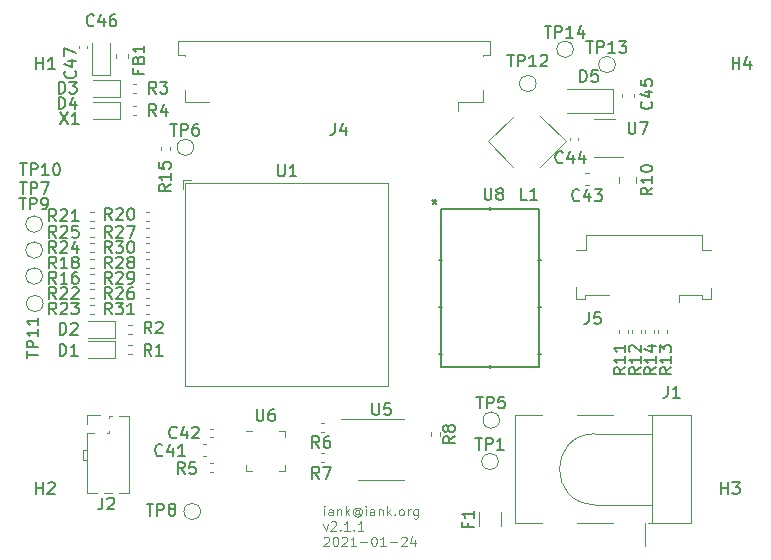
<source format=gto>
%TF.GenerationSoftware,KiCad,Pcbnew,5.1.8-db9833491~88~ubuntu20.04.1*%
%TF.CreationDate,2021-01-24T20:19:36-05:00*%
%TF.ProjectId,julia_v2.1.1.0,6a756c69-615f-4763-922e-312e312e302e,rev?*%
%TF.SameCoordinates,Original*%
%TF.FileFunction,Legend,Top*%
%TF.FilePolarity,Positive*%
%FSLAX46Y46*%
G04 Gerber Fmt 4.6, Leading zero omitted, Abs format (unit mm)*
G04 Created by KiCad (PCBNEW 5.1.8-db9833491~88~ubuntu20.04.1) date 2021-01-24 20:19:36*
%MOMM*%
%LPD*%
G01*
G04 APERTURE LIST*
%ADD10C,0.120000*%
%ADD11C,0.100000*%
%ADD12C,0.152400*%
%ADD13C,0.150000*%
G04 APERTURE END LIST*
D10*
X83800000Y-124800000D02*
X84100000Y-124800000D01*
X83800000Y-123900000D02*
X83800000Y-124800000D01*
X84100000Y-123900000D02*
X83800000Y-123900000D01*
D11*
X104255476Y-129461904D02*
X104255476Y-128928571D01*
X104255476Y-128661904D02*
X104217380Y-128700000D01*
X104255476Y-128738095D01*
X104293571Y-128700000D01*
X104255476Y-128661904D01*
X104255476Y-128738095D01*
X104979285Y-129461904D02*
X104979285Y-129042857D01*
X104941190Y-128966666D01*
X104865000Y-128928571D01*
X104712619Y-128928571D01*
X104636428Y-128966666D01*
X104979285Y-129423809D02*
X104903095Y-129461904D01*
X104712619Y-129461904D01*
X104636428Y-129423809D01*
X104598333Y-129347619D01*
X104598333Y-129271428D01*
X104636428Y-129195238D01*
X104712619Y-129157142D01*
X104903095Y-129157142D01*
X104979285Y-129119047D01*
X105360238Y-128928571D02*
X105360238Y-129461904D01*
X105360238Y-129004761D02*
X105398333Y-128966666D01*
X105474523Y-128928571D01*
X105588809Y-128928571D01*
X105665000Y-128966666D01*
X105703095Y-129042857D01*
X105703095Y-129461904D01*
X106084047Y-129461904D02*
X106084047Y-128661904D01*
X106160238Y-129157142D02*
X106388809Y-129461904D01*
X106388809Y-128928571D02*
X106084047Y-129233333D01*
X107226904Y-129080952D02*
X107188809Y-129042857D01*
X107112619Y-129004761D01*
X107036428Y-129004761D01*
X106960238Y-129042857D01*
X106922142Y-129080952D01*
X106884047Y-129157142D01*
X106884047Y-129233333D01*
X106922142Y-129309523D01*
X106960238Y-129347619D01*
X107036428Y-129385714D01*
X107112619Y-129385714D01*
X107188809Y-129347619D01*
X107226904Y-129309523D01*
X107226904Y-129004761D02*
X107226904Y-129309523D01*
X107265000Y-129347619D01*
X107303095Y-129347619D01*
X107379285Y-129309523D01*
X107417380Y-129233333D01*
X107417380Y-129042857D01*
X107341190Y-128928571D01*
X107226904Y-128852380D01*
X107074523Y-128814285D01*
X106922142Y-128852380D01*
X106807857Y-128928571D01*
X106731666Y-129042857D01*
X106693571Y-129195238D01*
X106731666Y-129347619D01*
X106807857Y-129461904D01*
X106922142Y-129538095D01*
X107074523Y-129576190D01*
X107226904Y-129538095D01*
X107341190Y-129461904D01*
X107760238Y-129461904D02*
X107760238Y-128928571D01*
X107760238Y-128661904D02*
X107722142Y-128700000D01*
X107760238Y-128738095D01*
X107798333Y-128700000D01*
X107760238Y-128661904D01*
X107760238Y-128738095D01*
X108484047Y-129461904D02*
X108484047Y-129042857D01*
X108445952Y-128966666D01*
X108369761Y-128928571D01*
X108217380Y-128928571D01*
X108141190Y-128966666D01*
X108484047Y-129423809D02*
X108407857Y-129461904D01*
X108217380Y-129461904D01*
X108141190Y-129423809D01*
X108103095Y-129347619D01*
X108103095Y-129271428D01*
X108141190Y-129195238D01*
X108217380Y-129157142D01*
X108407857Y-129157142D01*
X108484047Y-129119047D01*
X108865000Y-128928571D02*
X108865000Y-129461904D01*
X108865000Y-129004761D02*
X108903095Y-128966666D01*
X108979285Y-128928571D01*
X109093571Y-128928571D01*
X109169761Y-128966666D01*
X109207857Y-129042857D01*
X109207857Y-129461904D01*
X109588809Y-129461904D02*
X109588809Y-128661904D01*
X109665000Y-129157142D02*
X109893571Y-129461904D01*
X109893571Y-128928571D02*
X109588809Y-129233333D01*
X110236428Y-129385714D02*
X110274523Y-129423809D01*
X110236428Y-129461904D01*
X110198333Y-129423809D01*
X110236428Y-129385714D01*
X110236428Y-129461904D01*
X110731666Y-129461904D02*
X110655476Y-129423809D01*
X110617380Y-129385714D01*
X110579285Y-129309523D01*
X110579285Y-129080952D01*
X110617380Y-129004761D01*
X110655476Y-128966666D01*
X110731666Y-128928571D01*
X110845952Y-128928571D01*
X110922142Y-128966666D01*
X110960238Y-129004761D01*
X110998333Y-129080952D01*
X110998333Y-129309523D01*
X110960238Y-129385714D01*
X110922142Y-129423809D01*
X110845952Y-129461904D01*
X110731666Y-129461904D01*
X111341190Y-129461904D02*
X111341190Y-128928571D01*
X111341190Y-129080952D02*
X111379285Y-129004761D01*
X111417380Y-128966666D01*
X111493571Y-128928571D01*
X111569761Y-128928571D01*
X112179285Y-128928571D02*
X112179285Y-129576190D01*
X112141190Y-129652380D01*
X112103095Y-129690476D01*
X112026904Y-129728571D01*
X111912619Y-129728571D01*
X111836428Y-129690476D01*
X112179285Y-129423809D02*
X112103095Y-129461904D01*
X111950714Y-129461904D01*
X111874523Y-129423809D01*
X111836428Y-129385714D01*
X111798333Y-129309523D01*
X111798333Y-129080952D01*
X111836428Y-129004761D01*
X111874523Y-128966666D01*
X111950714Y-128928571D01*
X112103095Y-128928571D01*
X112179285Y-128966666D01*
X104179285Y-130228571D02*
X104369761Y-130761904D01*
X104560238Y-130228571D01*
X104826904Y-130038095D02*
X104865000Y-130000000D01*
X104941190Y-129961904D01*
X105131666Y-129961904D01*
X105207857Y-130000000D01*
X105245952Y-130038095D01*
X105284047Y-130114285D01*
X105284047Y-130190476D01*
X105245952Y-130304761D01*
X104788809Y-130761904D01*
X105284047Y-130761904D01*
X105626904Y-130685714D02*
X105665000Y-130723809D01*
X105626904Y-130761904D01*
X105588809Y-130723809D01*
X105626904Y-130685714D01*
X105626904Y-130761904D01*
X106426904Y-130761904D02*
X105969761Y-130761904D01*
X106198333Y-130761904D02*
X106198333Y-129961904D01*
X106122142Y-130076190D01*
X106045952Y-130152380D01*
X105969761Y-130190476D01*
X106769761Y-130685714D02*
X106807857Y-130723809D01*
X106769761Y-130761904D01*
X106731666Y-130723809D01*
X106769761Y-130685714D01*
X106769761Y-130761904D01*
X107569761Y-130761904D02*
X107112619Y-130761904D01*
X107341190Y-130761904D02*
X107341190Y-129961904D01*
X107265000Y-130076190D01*
X107188809Y-130152380D01*
X107112619Y-130190476D01*
X104217380Y-131338095D02*
X104255476Y-131300000D01*
X104331666Y-131261904D01*
X104522142Y-131261904D01*
X104598333Y-131300000D01*
X104636428Y-131338095D01*
X104674523Y-131414285D01*
X104674523Y-131490476D01*
X104636428Y-131604761D01*
X104179285Y-132061904D01*
X104674523Y-132061904D01*
X105169761Y-131261904D02*
X105245952Y-131261904D01*
X105322142Y-131300000D01*
X105360238Y-131338095D01*
X105398333Y-131414285D01*
X105436428Y-131566666D01*
X105436428Y-131757142D01*
X105398333Y-131909523D01*
X105360238Y-131985714D01*
X105322142Y-132023809D01*
X105245952Y-132061904D01*
X105169761Y-132061904D01*
X105093571Y-132023809D01*
X105055476Y-131985714D01*
X105017380Y-131909523D01*
X104979285Y-131757142D01*
X104979285Y-131566666D01*
X105017380Y-131414285D01*
X105055476Y-131338095D01*
X105093571Y-131300000D01*
X105169761Y-131261904D01*
X105741190Y-131338095D02*
X105779285Y-131300000D01*
X105855476Y-131261904D01*
X106045952Y-131261904D01*
X106122142Y-131300000D01*
X106160238Y-131338095D01*
X106198333Y-131414285D01*
X106198333Y-131490476D01*
X106160238Y-131604761D01*
X105703095Y-132061904D01*
X106198333Y-132061904D01*
X106960238Y-132061904D02*
X106503095Y-132061904D01*
X106731666Y-132061904D02*
X106731666Y-131261904D01*
X106655476Y-131376190D01*
X106579285Y-131452380D01*
X106503095Y-131490476D01*
X107303095Y-131757142D02*
X107912619Y-131757142D01*
X108445952Y-131261904D02*
X108522142Y-131261904D01*
X108598333Y-131300000D01*
X108636428Y-131338095D01*
X108674523Y-131414285D01*
X108712619Y-131566666D01*
X108712619Y-131757142D01*
X108674523Y-131909523D01*
X108636428Y-131985714D01*
X108598333Y-132023809D01*
X108522142Y-132061904D01*
X108445952Y-132061904D01*
X108369761Y-132023809D01*
X108331666Y-131985714D01*
X108293571Y-131909523D01*
X108255476Y-131757142D01*
X108255476Y-131566666D01*
X108293571Y-131414285D01*
X108331666Y-131338095D01*
X108369761Y-131300000D01*
X108445952Y-131261904D01*
X109474523Y-132061904D02*
X109017380Y-132061904D01*
X109245952Y-132061904D02*
X109245952Y-131261904D01*
X109169761Y-131376190D01*
X109093571Y-131452380D01*
X109017380Y-131490476D01*
X109817380Y-131757142D02*
X110426904Y-131757142D01*
X110769761Y-131338095D02*
X110807857Y-131300000D01*
X110884047Y-131261904D01*
X111074523Y-131261904D01*
X111150714Y-131300000D01*
X111188809Y-131338095D01*
X111226904Y-131414285D01*
X111226904Y-131490476D01*
X111188809Y-131604761D01*
X110731666Y-132061904D01*
X111226904Y-132061904D01*
X111912619Y-131528571D02*
X111912619Y-132061904D01*
X111722142Y-131223809D02*
X111531666Y-131795238D01*
X112026904Y-131795238D01*
D10*
%TO.C,U7*%
X128900000Y-95890000D02*
X127100000Y-95890000D01*
X127100000Y-99110000D02*
X129550000Y-99110000D01*
%TO.C,J2*%
X84170000Y-127535000D02*
X84992470Y-127535000D01*
X86877530Y-127535000D02*
X87700000Y-127535000D01*
X85607530Y-127535000D02*
X86262470Y-127535000D01*
X84170000Y-122520000D02*
X84170000Y-127535000D01*
X87700000Y-121065000D02*
X87700000Y-127535000D01*
X84170000Y-122520000D02*
X84736529Y-122520000D01*
X85863471Y-122520000D02*
X86006529Y-122520000D01*
X86060000Y-122466529D02*
X86060000Y-122323471D01*
X86060000Y-121196529D02*
X86060000Y-121065000D01*
X86060000Y-121065000D02*
X86262470Y-121065000D01*
X86877530Y-121065000D02*
X87700000Y-121065000D01*
X84170000Y-121760000D02*
X84170000Y-121000000D01*
X84170000Y-121000000D02*
X85300000Y-121000000D01*
%TO.C,C44*%
X125040000Y-97707836D02*
X125040000Y-97492164D01*
X125760000Y-97707836D02*
X125760000Y-97492164D01*
%TO.C,U1*%
X109700000Y-118500000D02*
X109700000Y-101300000D01*
X92500000Y-118500000D02*
X109700000Y-118500000D01*
X92500000Y-101300000D02*
X92500000Y-118500000D01*
X109700000Y-101300000D02*
X92500000Y-101300000D01*
X92300000Y-101100000D02*
X92300000Y-101800000D01*
X93000000Y-101100000D02*
X92300000Y-101100000D01*
D12*
%TO.C,U8*%
X114121700Y-103519800D02*
X114121700Y-116880200D01*
X122478300Y-103519800D02*
X114121700Y-103519800D01*
X122478300Y-116880200D02*
X122478300Y-103519800D01*
X114121700Y-116880200D02*
X122478300Y-116880200D01*
X118300000Y-116753200D02*
X118300000Y-117007200D01*
X118300000Y-103646800D02*
X118300000Y-103392800D01*
X122351300Y-115799938D02*
X122605300Y-115799938D01*
X114248700Y-115799938D02*
X113994700Y-115799938D01*
X122351300Y-111799946D02*
X122605300Y-111799946D01*
X114248700Y-111799946D02*
X113994700Y-111799946D01*
X122351300Y-107799954D02*
X122605300Y-107799954D01*
X114248700Y-107799954D02*
X113994700Y-107799954D01*
D10*
%TO.C,U6*%
X97630000Y-122350000D02*
X98130000Y-122350000D01*
X100950000Y-125670000D02*
X100950000Y-125170000D01*
X100450000Y-125670000D02*
X100950000Y-125670000D01*
X97630000Y-125670000D02*
X97630000Y-125170000D01*
X98130000Y-125670000D02*
X97630000Y-125670000D01*
X100950000Y-122350000D02*
X100950000Y-122850000D01*
X100450000Y-122350000D02*
X100950000Y-122350000D01*
%TO.C,U5*%
X109100000Y-121340000D02*
X105650000Y-121340000D01*
X109100000Y-121340000D02*
X111050000Y-121340000D01*
X109100000Y-126460000D02*
X107150000Y-126460000D01*
X109100000Y-126460000D02*
X111050000Y-126460000D01*
%TO.C,TP14*%
X125350000Y-90000000D02*
G75*
G03*
X125350000Y-90000000I-700000J0D01*
G01*
%TO.C,TP13*%
X128900000Y-91300000D02*
G75*
G03*
X128900000Y-91300000I-700000J0D01*
G01*
%TO.C,TP12*%
X122200000Y-92900000D02*
G75*
G03*
X122200000Y-92900000I-700000J0D01*
G01*
%TO.C,TP11*%
X80460000Y-111520000D02*
G75*
G03*
X80460000Y-111520000I-700000J0D01*
G01*
%TO.C,TP10*%
X80400000Y-104800000D02*
G75*
G03*
X80400000Y-104800000I-700000J0D01*
G01*
%TO.C,TP9*%
X80400000Y-109200000D02*
G75*
G03*
X80400000Y-109200000I-700000J0D01*
G01*
%TO.C,TP8*%
X93780000Y-129130000D02*
G75*
G03*
X93780000Y-129130000I-700000J0D01*
G01*
%TO.C,TP7*%
X80400000Y-107000000D02*
G75*
G03*
X80400000Y-107000000I-700000J0D01*
G01*
%TO.C,TP6*%
X93200000Y-98300000D02*
G75*
G03*
X93200000Y-98300000I-700000J0D01*
G01*
%TO.C,TP5*%
X119100000Y-121400000D02*
G75*
G03*
X119100000Y-121400000I-700000J0D01*
G01*
%TO.C,TP1*%
X119000000Y-124900000D02*
G75*
G03*
X119000000Y-124900000I-700000J0D01*
G01*
%TO.C,R31*%
X89136359Y-112380000D02*
X89443641Y-112380000D01*
X89136359Y-111620000D02*
X89443641Y-111620000D01*
%TO.C,R30*%
X89146359Y-107180000D02*
X89453641Y-107180000D01*
X89146359Y-106420000D02*
X89453641Y-106420000D01*
%TO.C,R29*%
X89146359Y-109780000D02*
X89453641Y-109780000D01*
X89146359Y-109020000D02*
X89453641Y-109020000D01*
%TO.C,R28*%
X89146359Y-108480000D02*
X89453641Y-108480000D01*
X89146359Y-107720000D02*
X89453641Y-107720000D01*
%TO.C,R27*%
X89146359Y-105880000D02*
X89453641Y-105880000D01*
X89146359Y-105120000D02*
X89453641Y-105120000D01*
%TO.C,R26*%
X89453641Y-110320000D02*
X89146359Y-110320000D01*
X89453641Y-111080000D02*
X89146359Y-111080000D01*
%TO.C,R25*%
X84753641Y-105120000D02*
X84446359Y-105120000D01*
X84753641Y-105880000D02*
X84446359Y-105880000D01*
%TO.C,R24*%
X84753641Y-106420000D02*
X84446359Y-106420000D01*
X84753641Y-107180000D02*
X84446359Y-107180000D01*
%TO.C,R23*%
X84753641Y-111620000D02*
X84446359Y-111620000D01*
X84753641Y-112380000D02*
X84446359Y-112380000D01*
%TO.C,R22*%
X84456359Y-111080000D02*
X84763641Y-111080000D01*
X84456359Y-110320000D02*
X84763641Y-110320000D01*
%TO.C,R21*%
X84446359Y-104580000D02*
X84753641Y-104580000D01*
X84446359Y-103820000D02*
X84753641Y-103820000D01*
%TO.C,R20*%
X89146359Y-104580000D02*
X89453641Y-104580000D01*
X89146359Y-103820000D02*
X89453641Y-103820000D01*
%TO.C,R18*%
X84446359Y-108480000D02*
X84753641Y-108480000D01*
X84446359Y-107720000D02*
X84753641Y-107720000D01*
%TO.C,R16*%
X84753641Y-109020000D02*
X84446359Y-109020000D01*
X84753641Y-109780000D02*
X84446359Y-109780000D01*
%TO.C,R15*%
X91180000Y-98553641D02*
X91180000Y-98246359D01*
X90420000Y-98553641D02*
X90420000Y-98246359D01*
%TO.C,R14*%
X132180000Y-114053641D02*
X132180000Y-113746359D01*
X131420000Y-114053641D02*
X131420000Y-113746359D01*
%TO.C,R13*%
X132520000Y-113746359D02*
X132520000Y-114053641D01*
X133280000Y-113746359D02*
X133280000Y-114053641D01*
%TO.C,R12*%
X131080000Y-114053641D02*
X131080000Y-113746359D01*
X130320000Y-114053641D02*
X130320000Y-113746359D01*
%TO.C,R11*%
X129980000Y-114053641D02*
X129980000Y-113746359D01*
X129220000Y-114053641D02*
X129220000Y-113746359D01*
%TO.C,R10*%
X129205000Y-100852936D02*
X129205000Y-101307064D01*
X130675000Y-100852936D02*
X130675000Y-101307064D01*
%TO.C,R8*%
X113320000Y-122446359D02*
X113320000Y-122753641D01*
X114080000Y-122446359D02*
X114080000Y-122753641D01*
%TO.C,R7*%
X103946359Y-124980000D02*
X104253641Y-124980000D01*
X103946359Y-124220000D02*
X104253641Y-124220000D01*
%TO.C,R6*%
X103946359Y-122380000D02*
X104253641Y-122380000D01*
X103946359Y-121620000D02*
X104253641Y-121620000D01*
%TO.C,R5*%
X94546359Y-125780000D02*
X94853641Y-125780000D01*
X94546359Y-125020000D02*
X94853641Y-125020000D01*
%TO.C,R4*%
X88056359Y-95580000D02*
X88363641Y-95580000D01*
X88056359Y-94820000D02*
X88363641Y-94820000D01*
%TO.C,R3*%
X88046359Y-93680000D02*
X88353641Y-93680000D01*
X88046359Y-92920000D02*
X88353641Y-92920000D01*
%TO.C,R2*%
X87646359Y-114080000D02*
X87953641Y-114080000D01*
X87646359Y-113320000D02*
X87953641Y-113320000D01*
%TO.C,R1*%
X87646359Y-115780000D02*
X87953641Y-115780000D01*
X87646359Y-115020000D02*
X87953641Y-115020000D01*
%TO.C,L1*%
X118100000Y-97800000D02*
X120250000Y-95700000D01*
X118100000Y-97800000D02*
X120250000Y-99950000D01*
X124700000Y-97800000D02*
X122550000Y-99950000D01*
X124700000Y-97800000D02*
X122550000Y-95650000D01*
%TO.C,J5*%
X126360000Y-110820000D02*
X128340000Y-110820000D01*
X126360000Y-111170000D02*
X126360000Y-110820000D01*
X125590000Y-111170000D02*
X126360000Y-111170000D01*
X125590000Y-110100000D02*
X125590000Y-111170000D01*
X126390000Y-107000000D02*
X125590000Y-107000000D01*
X126390000Y-105700000D02*
X126390000Y-107000000D01*
X136210000Y-105700000D02*
X126390000Y-105700000D01*
X136210000Y-107000000D02*
X136210000Y-105700000D01*
X137010000Y-107000000D02*
X136210000Y-107000000D01*
X137010000Y-111170000D02*
X137010000Y-110200000D01*
X136240000Y-111170000D02*
X137010000Y-111170000D01*
X136240000Y-110820000D02*
X136240000Y-111170000D01*
X134260000Y-110820000D02*
X136240000Y-110820000D01*
X134260000Y-111410000D02*
X134260000Y-110820000D01*
%TO.C,J4*%
X117660000Y-90460000D02*
X117660000Y-90540000D01*
X118260000Y-90460000D02*
X117660000Y-90460000D01*
X118260000Y-90460000D02*
X118260000Y-89340000D01*
X91840000Y-89340000D02*
X118260000Y-89340000D01*
X91840000Y-90460000D02*
X91840000Y-89340000D01*
X92440000Y-90460000D02*
X92440000Y-90540000D01*
X92440000Y-90460000D02*
X91840000Y-90460000D01*
X92440000Y-94460000D02*
X94490000Y-94460000D01*
X92440000Y-94460000D02*
X92440000Y-93460000D01*
X117660000Y-94460000D02*
X117660000Y-93460000D01*
X115610000Y-94460000D02*
X115610000Y-95240000D01*
X115610000Y-94460000D02*
X117660000Y-94460000D01*
%TO.C,J1*%
X131980000Y-122550000D02*
X127180000Y-122550000D01*
X131980000Y-128550000D02*
X127180000Y-128550000D01*
X131980000Y-120990000D02*
X131980000Y-130110000D01*
X135290000Y-120990000D02*
X135290000Y-130110000D01*
X135290000Y-120990000D02*
X131680000Y-120990000D01*
X128680000Y-120990000D02*
X125680000Y-120990000D01*
X122680000Y-120990000D02*
X120370000Y-120990000D01*
X122680000Y-130110000D02*
X120370000Y-130110000D01*
X128680000Y-130110000D02*
X125680000Y-130110000D01*
X120370000Y-120990000D02*
X120370000Y-130110000D01*
X135290000Y-130110000D02*
X131680000Y-130110000D01*
X131450000Y-132020000D02*
X131450000Y-130120000D01*
X127180000Y-128550000D02*
G75*
G02*
X127180000Y-122550000I0J3000000D01*
G01*
%TO.C,FB1*%
X86640000Y-90437221D02*
X86640000Y-90762779D01*
X87660000Y-90437221D02*
X87660000Y-90762779D01*
%TO.C,F1*%
X119210000Y-130402064D02*
X119210000Y-129197936D01*
X117390000Y-130402064D02*
X117390000Y-129197936D01*
%TO.C,D5*%
X128710000Y-95400000D02*
X124810000Y-95400000D01*
X128710000Y-93400000D02*
X124810000Y-93400000D01*
X128710000Y-95400000D02*
X128710000Y-93400000D01*
%TO.C,D4*%
X86985000Y-94465000D02*
X84700000Y-94465000D01*
X86985000Y-95935000D02*
X86985000Y-94465000D01*
X84700000Y-95935000D02*
X86985000Y-95935000D01*
%TO.C,D3*%
X86985000Y-92565000D02*
X84700000Y-92565000D01*
X86985000Y-94035000D02*
X86985000Y-92565000D01*
X84700000Y-94035000D02*
X86985000Y-94035000D01*
%TO.C,D2*%
X86585000Y-112965000D02*
X84300000Y-112965000D01*
X86585000Y-114435000D02*
X86585000Y-112965000D01*
X84300000Y-114435000D02*
X86585000Y-114435000D01*
%TO.C,D1*%
X86585000Y-114665000D02*
X84300000Y-114665000D01*
X86585000Y-116135000D02*
X86585000Y-114665000D01*
X84300000Y-116135000D02*
X86585000Y-116135000D01*
%TO.C,C47*%
X84210000Y-89907836D02*
X84210000Y-89692164D01*
X83490000Y-89907836D02*
X83490000Y-89692164D01*
%TO.C,C46*%
X86135000Y-92210000D02*
X86135000Y-89500000D01*
X84565000Y-92210000D02*
X86135000Y-92210000D01*
X84565000Y-89500000D02*
X84565000Y-92210000D01*
%TO.C,C45*%
X130510000Y-94040580D02*
X130510000Y-93759420D01*
X129490000Y-94040580D02*
X129490000Y-93759420D01*
%TO.C,C43*%
X126359420Y-101510000D02*
X126640580Y-101510000D01*
X126359420Y-100490000D02*
X126640580Y-100490000D01*
%TO.C,C42*%
X94807836Y-122140000D02*
X94592164Y-122140000D01*
X94807836Y-122860000D02*
X94592164Y-122860000D01*
%TO.C,C41*%
X94240580Y-123390000D02*
X93959420Y-123390000D01*
X94240580Y-124410000D02*
X93959420Y-124410000D01*
%TO.C,H4*%
D13*
X138838095Y-91652380D02*
X138838095Y-90652380D01*
X138838095Y-91128571D02*
X139409523Y-91128571D01*
X139409523Y-91652380D02*
X139409523Y-90652380D01*
X140314285Y-90985714D02*
X140314285Y-91652380D01*
X140076190Y-90604761D02*
X139838095Y-91319047D01*
X140457142Y-91319047D01*
%TO.C,H3*%
X137858095Y-127652380D02*
X137858095Y-126652380D01*
X137858095Y-127128571D02*
X138429523Y-127128571D01*
X138429523Y-127652380D02*
X138429523Y-126652380D01*
X138810476Y-126652380D02*
X139429523Y-126652380D01*
X139096190Y-127033333D01*
X139239047Y-127033333D01*
X139334285Y-127080952D01*
X139381904Y-127128571D01*
X139429523Y-127223809D01*
X139429523Y-127461904D01*
X139381904Y-127557142D01*
X139334285Y-127604761D01*
X139239047Y-127652380D01*
X138953333Y-127652380D01*
X138858095Y-127604761D01*
X138810476Y-127557142D01*
%TO.C,H2*%
X79868095Y-127652380D02*
X79868095Y-126652380D01*
X79868095Y-127128571D02*
X80439523Y-127128571D01*
X80439523Y-127652380D02*
X80439523Y-126652380D01*
X80868095Y-126747619D02*
X80915714Y-126700000D01*
X81010952Y-126652380D01*
X81249047Y-126652380D01*
X81344285Y-126700000D01*
X81391904Y-126747619D01*
X81439523Y-126842857D01*
X81439523Y-126938095D01*
X81391904Y-127080952D01*
X80820476Y-127652380D01*
X81439523Y-127652380D01*
%TO.C,H1*%
X79888095Y-91692380D02*
X79888095Y-90692380D01*
X79888095Y-91168571D02*
X80459523Y-91168571D01*
X80459523Y-91692380D02*
X80459523Y-90692380D01*
X81459523Y-91692380D02*
X80888095Y-91692380D01*
X81173809Y-91692380D02*
X81173809Y-90692380D01*
X81078571Y-90835238D01*
X80983333Y-90930476D01*
X80888095Y-90978095D01*
%TO.C,U7*%
X130038095Y-96152380D02*
X130038095Y-96961904D01*
X130085714Y-97057142D01*
X130133333Y-97104761D01*
X130228571Y-97152380D01*
X130419047Y-97152380D01*
X130514285Y-97104761D01*
X130561904Y-97057142D01*
X130609523Y-96961904D01*
X130609523Y-96152380D01*
X130990476Y-96152380D02*
X131657142Y-96152380D01*
X131228571Y-97152380D01*
%TO.C,J2*%
X85466666Y-127952380D02*
X85466666Y-128666666D01*
X85419047Y-128809523D01*
X85323809Y-128904761D01*
X85180952Y-128952380D01*
X85085714Y-128952380D01*
X85895238Y-128047619D02*
X85942857Y-128000000D01*
X86038095Y-127952380D01*
X86276190Y-127952380D01*
X86371428Y-128000000D01*
X86419047Y-128047619D01*
X86466666Y-128142857D01*
X86466666Y-128238095D01*
X86419047Y-128380952D01*
X85847619Y-128952380D01*
X86466666Y-128952380D01*
%TO.C,C44*%
X124457142Y-99557142D02*
X124409523Y-99604761D01*
X124266666Y-99652380D01*
X124171428Y-99652380D01*
X124028571Y-99604761D01*
X123933333Y-99509523D01*
X123885714Y-99414285D01*
X123838095Y-99223809D01*
X123838095Y-99080952D01*
X123885714Y-98890476D01*
X123933333Y-98795238D01*
X124028571Y-98700000D01*
X124171428Y-98652380D01*
X124266666Y-98652380D01*
X124409523Y-98700000D01*
X124457142Y-98747619D01*
X125314285Y-98985714D02*
X125314285Y-99652380D01*
X125076190Y-98604761D02*
X124838095Y-99319047D01*
X125457142Y-99319047D01*
X126266666Y-98985714D02*
X126266666Y-99652380D01*
X126028571Y-98604761D02*
X125790476Y-99319047D01*
X126409523Y-99319047D01*
%TO.C,U1*%
X100338095Y-99752380D02*
X100338095Y-100561904D01*
X100385714Y-100657142D01*
X100433333Y-100704761D01*
X100528571Y-100752380D01*
X100719047Y-100752380D01*
X100814285Y-100704761D01*
X100861904Y-100657142D01*
X100909523Y-100561904D01*
X100909523Y-99752380D01*
X101909523Y-100752380D02*
X101338095Y-100752380D01*
X101623809Y-100752380D02*
X101623809Y-99752380D01*
X101528571Y-99895238D01*
X101433333Y-99990476D01*
X101338095Y-100038095D01*
%TO.C,U8*%
X117838095Y-101752380D02*
X117838095Y-102561904D01*
X117885714Y-102657142D01*
X117933333Y-102704761D01*
X118028571Y-102752380D01*
X118219047Y-102752380D01*
X118314285Y-102704761D01*
X118361904Y-102657142D01*
X118409523Y-102561904D01*
X118409523Y-101752380D01*
X119028571Y-102180952D02*
X118933333Y-102133333D01*
X118885714Y-102085714D01*
X118838095Y-101990476D01*
X118838095Y-101942857D01*
X118885714Y-101847619D01*
X118933333Y-101800000D01*
X119028571Y-101752380D01*
X119219047Y-101752380D01*
X119314285Y-101800000D01*
X119361904Y-101847619D01*
X119409523Y-101942857D01*
X119409523Y-101990476D01*
X119361904Y-102085714D01*
X119314285Y-102133333D01*
X119219047Y-102180952D01*
X119028571Y-102180952D01*
X118933333Y-102228571D01*
X118885714Y-102276190D01*
X118838095Y-102371428D01*
X118838095Y-102561904D01*
X118885714Y-102657142D01*
X118933333Y-102704761D01*
X119028571Y-102752380D01*
X119219047Y-102752380D01*
X119314285Y-102704761D01*
X119361904Y-102657142D01*
X119409523Y-102561904D01*
X119409523Y-102371428D01*
X119361904Y-102276190D01*
X119314285Y-102228571D01*
X119219047Y-102180952D01*
X113600000Y-102652380D02*
X113600000Y-102890476D01*
X113361904Y-102795238D02*
X113600000Y-102890476D01*
X113838095Y-102795238D01*
X113457142Y-103080952D02*
X113600000Y-102890476D01*
X113742857Y-103080952D01*
%TO.C,X1*%
X81890476Y-95352380D02*
X82557142Y-96352380D01*
X82557142Y-95352380D02*
X81890476Y-96352380D01*
X83461904Y-96352380D02*
X82890476Y-96352380D01*
X83176190Y-96352380D02*
X83176190Y-95352380D01*
X83080952Y-95495238D01*
X82985714Y-95590476D01*
X82890476Y-95638095D01*
%TO.C,U6*%
X98528095Y-120462380D02*
X98528095Y-121271904D01*
X98575714Y-121367142D01*
X98623333Y-121414761D01*
X98718571Y-121462380D01*
X98909047Y-121462380D01*
X99004285Y-121414761D01*
X99051904Y-121367142D01*
X99099523Y-121271904D01*
X99099523Y-120462380D01*
X100004285Y-120462380D02*
X99813809Y-120462380D01*
X99718571Y-120510000D01*
X99670952Y-120557619D01*
X99575714Y-120700476D01*
X99528095Y-120890952D01*
X99528095Y-121271904D01*
X99575714Y-121367142D01*
X99623333Y-121414761D01*
X99718571Y-121462380D01*
X99909047Y-121462380D01*
X100004285Y-121414761D01*
X100051904Y-121367142D01*
X100099523Y-121271904D01*
X100099523Y-121033809D01*
X100051904Y-120938571D01*
X100004285Y-120890952D01*
X99909047Y-120843333D01*
X99718571Y-120843333D01*
X99623333Y-120890952D01*
X99575714Y-120938571D01*
X99528095Y-121033809D01*
%TO.C,U5*%
X108338095Y-119952380D02*
X108338095Y-120761904D01*
X108385714Y-120857142D01*
X108433333Y-120904761D01*
X108528571Y-120952380D01*
X108719047Y-120952380D01*
X108814285Y-120904761D01*
X108861904Y-120857142D01*
X108909523Y-120761904D01*
X108909523Y-119952380D01*
X109861904Y-119952380D02*
X109385714Y-119952380D01*
X109338095Y-120428571D01*
X109385714Y-120380952D01*
X109480952Y-120333333D01*
X109719047Y-120333333D01*
X109814285Y-120380952D01*
X109861904Y-120428571D01*
X109909523Y-120523809D01*
X109909523Y-120761904D01*
X109861904Y-120857142D01*
X109814285Y-120904761D01*
X109719047Y-120952380D01*
X109480952Y-120952380D01*
X109385714Y-120904761D01*
X109338095Y-120857142D01*
%TO.C,TP14*%
X122911904Y-88004380D02*
X123483333Y-88004380D01*
X123197619Y-89004380D02*
X123197619Y-88004380D01*
X123816666Y-89004380D02*
X123816666Y-88004380D01*
X124197619Y-88004380D01*
X124292857Y-88052000D01*
X124340476Y-88099619D01*
X124388095Y-88194857D01*
X124388095Y-88337714D01*
X124340476Y-88432952D01*
X124292857Y-88480571D01*
X124197619Y-88528190D01*
X123816666Y-88528190D01*
X125340476Y-89004380D02*
X124769047Y-89004380D01*
X125054761Y-89004380D02*
X125054761Y-88004380D01*
X124959523Y-88147238D01*
X124864285Y-88242476D01*
X124769047Y-88290095D01*
X126197619Y-88337714D02*
X126197619Y-89004380D01*
X125959523Y-87956761D02*
X125721428Y-88671047D01*
X126340476Y-88671047D01*
%TO.C,TP13*%
X126461904Y-89304380D02*
X127033333Y-89304380D01*
X126747619Y-90304380D02*
X126747619Y-89304380D01*
X127366666Y-90304380D02*
X127366666Y-89304380D01*
X127747619Y-89304380D01*
X127842857Y-89352000D01*
X127890476Y-89399619D01*
X127938095Y-89494857D01*
X127938095Y-89637714D01*
X127890476Y-89732952D01*
X127842857Y-89780571D01*
X127747619Y-89828190D01*
X127366666Y-89828190D01*
X128890476Y-90304380D02*
X128319047Y-90304380D01*
X128604761Y-90304380D02*
X128604761Y-89304380D01*
X128509523Y-89447238D01*
X128414285Y-89542476D01*
X128319047Y-89590095D01*
X129223809Y-89304380D02*
X129842857Y-89304380D01*
X129509523Y-89685333D01*
X129652380Y-89685333D01*
X129747619Y-89732952D01*
X129795238Y-89780571D01*
X129842857Y-89875809D01*
X129842857Y-90113904D01*
X129795238Y-90209142D01*
X129747619Y-90256761D01*
X129652380Y-90304380D01*
X129366666Y-90304380D01*
X129271428Y-90256761D01*
X129223809Y-90209142D01*
%TO.C,TP12*%
X119761904Y-90452380D02*
X120333333Y-90452380D01*
X120047619Y-91452380D02*
X120047619Y-90452380D01*
X120666666Y-91452380D02*
X120666666Y-90452380D01*
X121047619Y-90452380D01*
X121142857Y-90500000D01*
X121190476Y-90547619D01*
X121238095Y-90642857D01*
X121238095Y-90785714D01*
X121190476Y-90880952D01*
X121142857Y-90928571D01*
X121047619Y-90976190D01*
X120666666Y-90976190D01*
X122190476Y-91452380D02*
X121619047Y-91452380D01*
X121904761Y-91452380D02*
X121904761Y-90452380D01*
X121809523Y-90595238D01*
X121714285Y-90690476D01*
X121619047Y-90738095D01*
X122571428Y-90547619D02*
X122619047Y-90500000D01*
X122714285Y-90452380D01*
X122952380Y-90452380D01*
X123047619Y-90500000D01*
X123095238Y-90547619D01*
X123142857Y-90642857D01*
X123142857Y-90738095D01*
X123095238Y-90880952D01*
X122523809Y-91452380D01*
X123142857Y-91452380D01*
%TO.C,TP11*%
X79052380Y-116138095D02*
X79052380Y-115566666D01*
X80052380Y-115852380D02*
X79052380Y-115852380D01*
X80052380Y-115233333D02*
X79052380Y-115233333D01*
X79052380Y-114852380D01*
X79100000Y-114757142D01*
X79147619Y-114709523D01*
X79242857Y-114661904D01*
X79385714Y-114661904D01*
X79480952Y-114709523D01*
X79528571Y-114757142D01*
X79576190Y-114852380D01*
X79576190Y-115233333D01*
X80052380Y-113709523D02*
X80052380Y-114280952D01*
X80052380Y-113995238D02*
X79052380Y-113995238D01*
X79195238Y-114090476D01*
X79290476Y-114185714D01*
X79338095Y-114280952D01*
X80052380Y-112757142D02*
X80052380Y-113328571D01*
X80052380Y-113042857D02*
X79052380Y-113042857D01*
X79195238Y-113138095D01*
X79290476Y-113233333D01*
X79338095Y-113328571D01*
%TO.C,TP10*%
X78511904Y-99652380D02*
X79083333Y-99652380D01*
X78797619Y-100652380D02*
X78797619Y-99652380D01*
X79416666Y-100652380D02*
X79416666Y-99652380D01*
X79797619Y-99652380D01*
X79892857Y-99700000D01*
X79940476Y-99747619D01*
X79988095Y-99842857D01*
X79988095Y-99985714D01*
X79940476Y-100080952D01*
X79892857Y-100128571D01*
X79797619Y-100176190D01*
X79416666Y-100176190D01*
X80940476Y-100652380D02*
X80369047Y-100652380D01*
X80654761Y-100652380D02*
X80654761Y-99652380D01*
X80559523Y-99795238D01*
X80464285Y-99890476D01*
X80369047Y-99938095D01*
X81559523Y-99652380D02*
X81654761Y-99652380D01*
X81750000Y-99700000D01*
X81797619Y-99747619D01*
X81845238Y-99842857D01*
X81892857Y-100033333D01*
X81892857Y-100271428D01*
X81845238Y-100461904D01*
X81797619Y-100557142D01*
X81750000Y-100604761D01*
X81654761Y-100652380D01*
X81559523Y-100652380D01*
X81464285Y-100604761D01*
X81416666Y-100557142D01*
X81369047Y-100461904D01*
X81321428Y-100271428D01*
X81321428Y-100033333D01*
X81369047Y-99842857D01*
X81416666Y-99747619D01*
X81464285Y-99700000D01*
X81559523Y-99652380D01*
%TO.C,TP9*%
X78438095Y-102552380D02*
X79009523Y-102552380D01*
X78723809Y-103552380D02*
X78723809Y-102552380D01*
X79342857Y-103552380D02*
X79342857Y-102552380D01*
X79723809Y-102552380D01*
X79819047Y-102600000D01*
X79866666Y-102647619D01*
X79914285Y-102742857D01*
X79914285Y-102885714D01*
X79866666Y-102980952D01*
X79819047Y-103028571D01*
X79723809Y-103076190D01*
X79342857Y-103076190D01*
X80390476Y-103552380D02*
X80580952Y-103552380D01*
X80676190Y-103504761D01*
X80723809Y-103457142D01*
X80819047Y-103314285D01*
X80866666Y-103123809D01*
X80866666Y-102742857D01*
X80819047Y-102647619D01*
X80771428Y-102600000D01*
X80676190Y-102552380D01*
X80485714Y-102552380D01*
X80390476Y-102600000D01*
X80342857Y-102647619D01*
X80295238Y-102742857D01*
X80295238Y-102980952D01*
X80342857Y-103076190D01*
X80390476Y-103123809D01*
X80485714Y-103171428D01*
X80676190Y-103171428D01*
X80771428Y-103123809D01*
X80819047Y-103076190D01*
X80866666Y-102980952D01*
%TO.C,TP8*%
X89218095Y-128482380D02*
X89789523Y-128482380D01*
X89503809Y-129482380D02*
X89503809Y-128482380D01*
X90122857Y-129482380D02*
X90122857Y-128482380D01*
X90503809Y-128482380D01*
X90599047Y-128530000D01*
X90646666Y-128577619D01*
X90694285Y-128672857D01*
X90694285Y-128815714D01*
X90646666Y-128910952D01*
X90599047Y-128958571D01*
X90503809Y-129006190D01*
X90122857Y-129006190D01*
X91265714Y-128910952D02*
X91170476Y-128863333D01*
X91122857Y-128815714D01*
X91075238Y-128720476D01*
X91075238Y-128672857D01*
X91122857Y-128577619D01*
X91170476Y-128530000D01*
X91265714Y-128482380D01*
X91456190Y-128482380D01*
X91551428Y-128530000D01*
X91599047Y-128577619D01*
X91646666Y-128672857D01*
X91646666Y-128720476D01*
X91599047Y-128815714D01*
X91551428Y-128863333D01*
X91456190Y-128910952D01*
X91265714Y-128910952D01*
X91170476Y-128958571D01*
X91122857Y-129006190D01*
X91075238Y-129101428D01*
X91075238Y-129291904D01*
X91122857Y-129387142D01*
X91170476Y-129434761D01*
X91265714Y-129482380D01*
X91456190Y-129482380D01*
X91551428Y-129434761D01*
X91599047Y-129387142D01*
X91646666Y-129291904D01*
X91646666Y-129101428D01*
X91599047Y-129006190D01*
X91551428Y-128958571D01*
X91456190Y-128910952D01*
%TO.C,TP7*%
X78488095Y-101252380D02*
X79059523Y-101252380D01*
X78773809Y-102252380D02*
X78773809Y-101252380D01*
X79392857Y-102252380D02*
X79392857Y-101252380D01*
X79773809Y-101252380D01*
X79869047Y-101300000D01*
X79916666Y-101347619D01*
X79964285Y-101442857D01*
X79964285Y-101585714D01*
X79916666Y-101680952D01*
X79869047Y-101728571D01*
X79773809Y-101776190D01*
X79392857Y-101776190D01*
X80297619Y-101252380D02*
X80964285Y-101252380D01*
X80535714Y-102252380D01*
%TO.C,TP6*%
X91238095Y-96304380D02*
X91809523Y-96304380D01*
X91523809Y-97304380D02*
X91523809Y-96304380D01*
X92142857Y-97304380D02*
X92142857Y-96304380D01*
X92523809Y-96304380D01*
X92619047Y-96352000D01*
X92666666Y-96399619D01*
X92714285Y-96494857D01*
X92714285Y-96637714D01*
X92666666Y-96732952D01*
X92619047Y-96780571D01*
X92523809Y-96828190D01*
X92142857Y-96828190D01*
X93571428Y-96304380D02*
X93380952Y-96304380D01*
X93285714Y-96352000D01*
X93238095Y-96399619D01*
X93142857Y-96542476D01*
X93095238Y-96732952D01*
X93095238Y-97113904D01*
X93142857Y-97209142D01*
X93190476Y-97256761D01*
X93285714Y-97304380D01*
X93476190Y-97304380D01*
X93571428Y-97256761D01*
X93619047Y-97209142D01*
X93666666Y-97113904D01*
X93666666Y-96875809D01*
X93619047Y-96780571D01*
X93571428Y-96732952D01*
X93476190Y-96685333D01*
X93285714Y-96685333D01*
X93190476Y-96732952D01*
X93142857Y-96780571D01*
X93095238Y-96875809D01*
%TO.C,TP5*%
X117138095Y-119404380D02*
X117709523Y-119404380D01*
X117423809Y-120404380D02*
X117423809Y-119404380D01*
X118042857Y-120404380D02*
X118042857Y-119404380D01*
X118423809Y-119404380D01*
X118519047Y-119452000D01*
X118566666Y-119499619D01*
X118614285Y-119594857D01*
X118614285Y-119737714D01*
X118566666Y-119832952D01*
X118519047Y-119880571D01*
X118423809Y-119928190D01*
X118042857Y-119928190D01*
X119519047Y-119404380D02*
X119042857Y-119404380D01*
X118995238Y-119880571D01*
X119042857Y-119832952D01*
X119138095Y-119785333D01*
X119376190Y-119785333D01*
X119471428Y-119832952D01*
X119519047Y-119880571D01*
X119566666Y-119975809D01*
X119566666Y-120213904D01*
X119519047Y-120309142D01*
X119471428Y-120356761D01*
X119376190Y-120404380D01*
X119138095Y-120404380D01*
X119042857Y-120356761D01*
X118995238Y-120309142D01*
%TO.C,TP1*%
X117038095Y-122904380D02*
X117609523Y-122904380D01*
X117323809Y-123904380D02*
X117323809Y-122904380D01*
X117942857Y-123904380D02*
X117942857Y-122904380D01*
X118323809Y-122904380D01*
X118419047Y-122952000D01*
X118466666Y-122999619D01*
X118514285Y-123094857D01*
X118514285Y-123237714D01*
X118466666Y-123332952D01*
X118419047Y-123380571D01*
X118323809Y-123428190D01*
X117942857Y-123428190D01*
X119466666Y-123904380D02*
X118895238Y-123904380D01*
X119180952Y-123904380D02*
X119180952Y-122904380D01*
X119085714Y-123047238D01*
X118990476Y-123142476D01*
X118895238Y-123190095D01*
%TO.C,R31*%
X86257142Y-112452380D02*
X85923809Y-111976190D01*
X85685714Y-112452380D02*
X85685714Y-111452380D01*
X86066666Y-111452380D01*
X86161904Y-111500000D01*
X86209523Y-111547619D01*
X86257142Y-111642857D01*
X86257142Y-111785714D01*
X86209523Y-111880952D01*
X86161904Y-111928571D01*
X86066666Y-111976190D01*
X85685714Y-111976190D01*
X86590476Y-111452380D02*
X87209523Y-111452380D01*
X86876190Y-111833333D01*
X87019047Y-111833333D01*
X87114285Y-111880952D01*
X87161904Y-111928571D01*
X87209523Y-112023809D01*
X87209523Y-112261904D01*
X87161904Y-112357142D01*
X87114285Y-112404761D01*
X87019047Y-112452380D01*
X86733333Y-112452380D01*
X86638095Y-112404761D01*
X86590476Y-112357142D01*
X88161904Y-112452380D02*
X87590476Y-112452380D01*
X87876190Y-112452380D02*
X87876190Y-111452380D01*
X87780952Y-111595238D01*
X87685714Y-111690476D01*
X87590476Y-111738095D01*
%TO.C,R30*%
X86257142Y-107252380D02*
X85923809Y-106776190D01*
X85685714Y-107252380D02*
X85685714Y-106252380D01*
X86066666Y-106252380D01*
X86161904Y-106300000D01*
X86209523Y-106347619D01*
X86257142Y-106442857D01*
X86257142Y-106585714D01*
X86209523Y-106680952D01*
X86161904Y-106728571D01*
X86066666Y-106776190D01*
X85685714Y-106776190D01*
X86590476Y-106252380D02*
X87209523Y-106252380D01*
X86876190Y-106633333D01*
X87019047Y-106633333D01*
X87114285Y-106680952D01*
X87161904Y-106728571D01*
X87209523Y-106823809D01*
X87209523Y-107061904D01*
X87161904Y-107157142D01*
X87114285Y-107204761D01*
X87019047Y-107252380D01*
X86733333Y-107252380D01*
X86638095Y-107204761D01*
X86590476Y-107157142D01*
X87828571Y-106252380D02*
X87923809Y-106252380D01*
X88019047Y-106300000D01*
X88066666Y-106347619D01*
X88114285Y-106442857D01*
X88161904Y-106633333D01*
X88161904Y-106871428D01*
X88114285Y-107061904D01*
X88066666Y-107157142D01*
X88019047Y-107204761D01*
X87923809Y-107252380D01*
X87828571Y-107252380D01*
X87733333Y-107204761D01*
X87685714Y-107157142D01*
X87638095Y-107061904D01*
X87590476Y-106871428D01*
X87590476Y-106633333D01*
X87638095Y-106442857D01*
X87685714Y-106347619D01*
X87733333Y-106300000D01*
X87828571Y-106252380D01*
%TO.C,R29*%
X86257142Y-109852380D02*
X85923809Y-109376190D01*
X85685714Y-109852380D02*
X85685714Y-108852380D01*
X86066666Y-108852380D01*
X86161904Y-108900000D01*
X86209523Y-108947619D01*
X86257142Y-109042857D01*
X86257142Y-109185714D01*
X86209523Y-109280952D01*
X86161904Y-109328571D01*
X86066666Y-109376190D01*
X85685714Y-109376190D01*
X86638095Y-108947619D02*
X86685714Y-108900000D01*
X86780952Y-108852380D01*
X87019047Y-108852380D01*
X87114285Y-108900000D01*
X87161904Y-108947619D01*
X87209523Y-109042857D01*
X87209523Y-109138095D01*
X87161904Y-109280952D01*
X86590476Y-109852380D01*
X87209523Y-109852380D01*
X87685714Y-109852380D02*
X87876190Y-109852380D01*
X87971428Y-109804761D01*
X88019047Y-109757142D01*
X88114285Y-109614285D01*
X88161904Y-109423809D01*
X88161904Y-109042857D01*
X88114285Y-108947619D01*
X88066666Y-108900000D01*
X87971428Y-108852380D01*
X87780952Y-108852380D01*
X87685714Y-108900000D01*
X87638095Y-108947619D01*
X87590476Y-109042857D01*
X87590476Y-109280952D01*
X87638095Y-109376190D01*
X87685714Y-109423809D01*
X87780952Y-109471428D01*
X87971428Y-109471428D01*
X88066666Y-109423809D01*
X88114285Y-109376190D01*
X88161904Y-109280952D01*
%TO.C,R28*%
X86267142Y-108552380D02*
X85933809Y-108076190D01*
X85695714Y-108552380D02*
X85695714Y-107552380D01*
X86076666Y-107552380D01*
X86171904Y-107600000D01*
X86219523Y-107647619D01*
X86267142Y-107742857D01*
X86267142Y-107885714D01*
X86219523Y-107980952D01*
X86171904Y-108028571D01*
X86076666Y-108076190D01*
X85695714Y-108076190D01*
X86648095Y-107647619D02*
X86695714Y-107600000D01*
X86790952Y-107552380D01*
X87029047Y-107552380D01*
X87124285Y-107600000D01*
X87171904Y-107647619D01*
X87219523Y-107742857D01*
X87219523Y-107838095D01*
X87171904Y-107980952D01*
X86600476Y-108552380D01*
X87219523Y-108552380D01*
X87790952Y-107980952D02*
X87695714Y-107933333D01*
X87648095Y-107885714D01*
X87600476Y-107790476D01*
X87600476Y-107742857D01*
X87648095Y-107647619D01*
X87695714Y-107600000D01*
X87790952Y-107552380D01*
X87981428Y-107552380D01*
X88076666Y-107600000D01*
X88124285Y-107647619D01*
X88171904Y-107742857D01*
X88171904Y-107790476D01*
X88124285Y-107885714D01*
X88076666Y-107933333D01*
X87981428Y-107980952D01*
X87790952Y-107980952D01*
X87695714Y-108028571D01*
X87648095Y-108076190D01*
X87600476Y-108171428D01*
X87600476Y-108361904D01*
X87648095Y-108457142D01*
X87695714Y-108504761D01*
X87790952Y-108552380D01*
X87981428Y-108552380D01*
X88076666Y-108504761D01*
X88124285Y-108457142D01*
X88171904Y-108361904D01*
X88171904Y-108171428D01*
X88124285Y-108076190D01*
X88076666Y-108028571D01*
X87981428Y-107980952D01*
%TO.C,R27*%
X86257142Y-105952380D02*
X85923809Y-105476190D01*
X85685714Y-105952380D02*
X85685714Y-104952380D01*
X86066666Y-104952380D01*
X86161904Y-105000000D01*
X86209523Y-105047619D01*
X86257142Y-105142857D01*
X86257142Y-105285714D01*
X86209523Y-105380952D01*
X86161904Y-105428571D01*
X86066666Y-105476190D01*
X85685714Y-105476190D01*
X86638095Y-105047619D02*
X86685714Y-105000000D01*
X86780952Y-104952380D01*
X87019047Y-104952380D01*
X87114285Y-105000000D01*
X87161904Y-105047619D01*
X87209523Y-105142857D01*
X87209523Y-105238095D01*
X87161904Y-105380952D01*
X86590476Y-105952380D01*
X87209523Y-105952380D01*
X87542857Y-104952380D02*
X88209523Y-104952380D01*
X87780952Y-105952380D01*
%TO.C,R26*%
X86257142Y-111152380D02*
X85923809Y-110676190D01*
X85685714Y-111152380D02*
X85685714Y-110152380D01*
X86066666Y-110152380D01*
X86161904Y-110200000D01*
X86209523Y-110247619D01*
X86257142Y-110342857D01*
X86257142Y-110485714D01*
X86209523Y-110580952D01*
X86161904Y-110628571D01*
X86066666Y-110676190D01*
X85685714Y-110676190D01*
X86638095Y-110247619D02*
X86685714Y-110200000D01*
X86780952Y-110152380D01*
X87019047Y-110152380D01*
X87114285Y-110200000D01*
X87161904Y-110247619D01*
X87209523Y-110342857D01*
X87209523Y-110438095D01*
X87161904Y-110580952D01*
X86590476Y-111152380D01*
X87209523Y-111152380D01*
X88066666Y-110152380D02*
X87876190Y-110152380D01*
X87780952Y-110200000D01*
X87733333Y-110247619D01*
X87638095Y-110390476D01*
X87590476Y-110580952D01*
X87590476Y-110961904D01*
X87638095Y-111057142D01*
X87685714Y-111104761D01*
X87780952Y-111152380D01*
X87971428Y-111152380D01*
X88066666Y-111104761D01*
X88114285Y-111057142D01*
X88161904Y-110961904D01*
X88161904Y-110723809D01*
X88114285Y-110628571D01*
X88066666Y-110580952D01*
X87971428Y-110533333D01*
X87780952Y-110533333D01*
X87685714Y-110580952D01*
X87638095Y-110628571D01*
X87590476Y-110723809D01*
%TO.C,R25*%
X81557142Y-105952380D02*
X81223809Y-105476190D01*
X80985714Y-105952380D02*
X80985714Y-104952380D01*
X81366666Y-104952380D01*
X81461904Y-105000000D01*
X81509523Y-105047619D01*
X81557142Y-105142857D01*
X81557142Y-105285714D01*
X81509523Y-105380952D01*
X81461904Y-105428571D01*
X81366666Y-105476190D01*
X80985714Y-105476190D01*
X81938095Y-105047619D02*
X81985714Y-105000000D01*
X82080952Y-104952380D01*
X82319047Y-104952380D01*
X82414285Y-105000000D01*
X82461904Y-105047619D01*
X82509523Y-105142857D01*
X82509523Y-105238095D01*
X82461904Y-105380952D01*
X81890476Y-105952380D01*
X82509523Y-105952380D01*
X83414285Y-104952380D02*
X82938095Y-104952380D01*
X82890476Y-105428571D01*
X82938095Y-105380952D01*
X83033333Y-105333333D01*
X83271428Y-105333333D01*
X83366666Y-105380952D01*
X83414285Y-105428571D01*
X83461904Y-105523809D01*
X83461904Y-105761904D01*
X83414285Y-105857142D01*
X83366666Y-105904761D01*
X83271428Y-105952380D01*
X83033333Y-105952380D01*
X82938095Y-105904761D01*
X82890476Y-105857142D01*
%TO.C,R24*%
X81557142Y-107252380D02*
X81223809Y-106776190D01*
X80985714Y-107252380D02*
X80985714Y-106252380D01*
X81366666Y-106252380D01*
X81461904Y-106300000D01*
X81509523Y-106347619D01*
X81557142Y-106442857D01*
X81557142Y-106585714D01*
X81509523Y-106680952D01*
X81461904Y-106728571D01*
X81366666Y-106776190D01*
X80985714Y-106776190D01*
X81938095Y-106347619D02*
X81985714Y-106300000D01*
X82080952Y-106252380D01*
X82319047Y-106252380D01*
X82414285Y-106300000D01*
X82461904Y-106347619D01*
X82509523Y-106442857D01*
X82509523Y-106538095D01*
X82461904Y-106680952D01*
X81890476Y-107252380D01*
X82509523Y-107252380D01*
X83366666Y-106585714D02*
X83366666Y-107252380D01*
X83128571Y-106204761D02*
X82890476Y-106919047D01*
X83509523Y-106919047D01*
%TO.C,R23*%
X81557142Y-112452380D02*
X81223809Y-111976190D01*
X80985714Y-112452380D02*
X80985714Y-111452380D01*
X81366666Y-111452380D01*
X81461904Y-111500000D01*
X81509523Y-111547619D01*
X81557142Y-111642857D01*
X81557142Y-111785714D01*
X81509523Y-111880952D01*
X81461904Y-111928571D01*
X81366666Y-111976190D01*
X80985714Y-111976190D01*
X81938095Y-111547619D02*
X81985714Y-111500000D01*
X82080952Y-111452380D01*
X82319047Y-111452380D01*
X82414285Y-111500000D01*
X82461904Y-111547619D01*
X82509523Y-111642857D01*
X82509523Y-111738095D01*
X82461904Y-111880952D01*
X81890476Y-112452380D01*
X82509523Y-112452380D01*
X82842857Y-111452380D02*
X83461904Y-111452380D01*
X83128571Y-111833333D01*
X83271428Y-111833333D01*
X83366666Y-111880952D01*
X83414285Y-111928571D01*
X83461904Y-112023809D01*
X83461904Y-112261904D01*
X83414285Y-112357142D01*
X83366666Y-112404761D01*
X83271428Y-112452380D01*
X82985714Y-112452380D01*
X82890476Y-112404761D01*
X82842857Y-112357142D01*
%TO.C,R22*%
X81557142Y-111152380D02*
X81223809Y-110676190D01*
X80985714Y-111152380D02*
X80985714Y-110152380D01*
X81366666Y-110152380D01*
X81461904Y-110200000D01*
X81509523Y-110247619D01*
X81557142Y-110342857D01*
X81557142Y-110485714D01*
X81509523Y-110580952D01*
X81461904Y-110628571D01*
X81366666Y-110676190D01*
X80985714Y-110676190D01*
X81938095Y-110247619D02*
X81985714Y-110200000D01*
X82080952Y-110152380D01*
X82319047Y-110152380D01*
X82414285Y-110200000D01*
X82461904Y-110247619D01*
X82509523Y-110342857D01*
X82509523Y-110438095D01*
X82461904Y-110580952D01*
X81890476Y-111152380D01*
X82509523Y-111152380D01*
X82890476Y-110247619D02*
X82938095Y-110200000D01*
X83033333Y-110152380D01*
X83271428Y-110152380D01*
X83366666Y-110200000D01*
X83414285Y-110247619D01*
X83461904Y-110342857D01*
X83461904Y-110438095D01*
X83414285Y-110580952D01*
X82842857Y-111152380D01*
X83461904Y-111152380D01*
%TO.C,R21*%
X81557142Y-104552380D02*
X81223809Y-104076190D01*
X80985714Y-104552380D02*
X80985714Y-103552380D01*
X81366666Y-103552380D01*
X81461904Y-103600000D01*
X81509523Y-103647619D01*
X81557142Y-103742857D01*
X81557142Y-103885714D01*
X81509523Y-103980952D01*
X81461904Y-104028571D01*
X81366666Y-104076190D01*
X80985714Y-104076190D01*
X81938095Y-103647619D02*
X81985714Y-103600000D01*
X82080952Y-103552380D01*
X82319047Y-103552380D01*
X82414285Y-103600000D01*
X82461904Y-103647619D01*
X82509523Y-103742857D01*
X82509523Y-103838095D01*
X82461904Y-103980952D01*
X81890476Y-104552380D01*
X82509523Y-104552380D01*
X83461904Y-104552380D02*
X82890476Y-104552380D01*
X83176190Y-104552380D02*
X83176190Y-103552380D01*
X83080952Y-103695238D01*
X82985714Y-103790476D01*
X82890476Y-103838095D01*
%TO.C,R20*%
X86257142Y-104452380D02*
X85923809Y-103976190D01*
X85685714Y-104452380D02*
X85685714Y-103452380D01*
X86066666Y-103452380D01*
X86161904Y-103500000D01*
X86209523Y-103547619D01*
X86257142Y-103642857D01*
X86257142Y-103785714D01*
X86209523Y-103880952D01*
X86161904Y-103928571D01*
X86066666Y-103976190D01*
X85685714Y-103976190D01*
X86638095Y-103547619D02*
X86685714Y-103500000D01*
X86780952Y-103452380D01*
X87019047Y-103452380D01*
X87114285Y-103500000D01*
X87161904Y-103547619D01*
X87209523Y-103642857D01*
X87209523Y-103738095D01*
X87161904Y-103880952D01*
X86590476Y-104452380D01*
X87209523Y-104452380D01*
X87828571Y-103452380D02*
X87923809Y-103452380D01*
X88019047Y-103500000D01*
X88066666Y-103547619D01*
X88114285Y-103642857D01*
X88161904Y-103833333D01*
X88161904Y-104071428D01*
X88114285Y-104261904D01*
X88066666Y-104357142D01*
X88019047Y-104404761D01*
X87923809Y-104452380D01*
X87828571Y-104452380D01*
X87733333Y-104404761D01*
X87685714Y-104357142D01*
X87638095Y-104261904D01*
X87590476Y-104071428D01*
X87590476Y-103833333D01*
X87638095Y-103642857D01*
X87685714Y-103547619D01*
X87733333Y-103500000D01*
X87828571Y-103452380D01*
%TO.C,R18*%
X81557142Y-108552380D02*
X81223809Y-108076190D01*
X80985714Y-108552380D02*
X80985714Y-107552380D01*
X81366666Y-107552380D01*
X81461904Y-107600000D01*
X81509523Y-107647619D01*
X81557142Y-107742857D01*
X81557142Y-107885714D01*
X81509523Y-107980952D01*
X81461904Y-108028571D01*
X81366666Y-108076190D01*
X80985714Y-108076190D01*
X82509523Y-108552380D02*
X81938095Y-108552380D01*
X82223809Y-108552380D02*
X82223809Y-107552380D01*
X82128571Y-107695238D01*
X82033333Y-107790476D01*
X81938095Y-107838095D01*
X83080952Y-107980952D02*
X82985714Y-107933333D01*
X82938095Y-107885714D01*
X82890476Y-107790476D01*
X82890476Y-107742857D01*
X82938095Y-107647619D01*
X82985714Y-107600000D01*
X83080952Y-107552380D01*
X83271428Y-107552380D01*
X83366666Y-107600000D01*
X83414285Y-107647619D01*
X83461904Y-107742857D01*
X83461904Y-107790476D01*
X83414285Y-107885714D01*
X83366666Y-107933333D01*
X83271428Y-107980952D01*
X83080952Y-107980952D01*
X82985714Y-108028571D01*
X82938095Y-108076190D01*
X82890476Y-108171428D01*
X82890476Y-108361904D01*
X82938095Y-108457142D01*
X82985714Y-108504761D01*
X83080952Y-108552380D01*
X83271428Y-108552380D01*
X83366666Y-108504761D01*
X83414285Y-108457142D01*
X83461904Y-108361904D01*
X83461904Y-108171428D01*
X83414285Y-108076190D01*
X83366666Y-108028571D01*
X83271428Y-107980952D01*
%TO.C,R16*%
X81557142Y-109852380D02*
X81223809Y-109376190D01*
X80985714Y-109852380D02*
X80985714Y-108852380D01*
X81366666Y-108852380D01*
X81461904Y-108900000D01*
X81509523Y-108947619D01*
X81557142Y-109042857D01*
X81557142Y-109185714D01*
X81509523Y-109280952D01*
X81461904Y-109328571D01*
X81366666Y-109376190D01*
X80985714Y-109376190D01*
X82509523Y-109852380D02*
X81938095Y-109852380D01*
X82223809Y-109852380D02*
X82223809Y-108852380D01*
X82128571Y-108995238D01*
X82033333Y-109090476D01*
X81938095Y-109138095D01*
X83366666Y-108852380D02*
X83176190Y-108852380D01*
X83080952Y-108900000D01*
X83033333Y-108947619D01*
X82938095Y-109090476D01*
X82890476Y-109280952D01*
X82890476Y-109661904D01*
X82938095Y-109757142D01*
X82985714Y-109804761D01*
X83080952Y-109852380D01*
X83271428Y-109852380D01*
X83366666Y-109804761D01*
X83414285Y-109757142D01*
X83461904Y-109661904D01*
X83461904Y-109423809D01*
X83414285Y-109328571D01*
X83366666Y-109280952D01*
X83271428Y-109233333D01*
X83080952Y-109233333D01*
X82985714Y-109280952D01*
X82938095Y-109328571D01*
X82890476Y-109423809D01*
%TO.C,R15*%
X91252380Y-101442857D02*
X90776190Y-101776190D01*
X91252380Y-102014285D02*
X90252380Y-102014285D01*
X90252380Y-101633333D01*
X90300000Y-101538095D01*
X90347619Y-101490476D01*
X90442857Y-101442857D01*
X90585714Y-101442857D01*
X90680952Y-101490476D01*
X90728571Y-101538095D01*
X90776190Y-101633333D01*
X90776190Y-102014285D01*
X91252380Y-100490476D02*
X91252380Y-101061904D01*
X91252380Y-100776190D02*
X90252380Y-100776190D01*
X90395238Y-100871428D01*
X90490476Y-100966666D01*
X90538095Y-101061904D01*
X90252380Y-99585714D02*
X90252380Y-100061904D01*
X90728571Y-100109523D01*
X90680952Y-100061904D01*
X90633333Y-99966666D01*
X90633333Y-99728571D01*
X90680952Y-99633333D01*
X90728571Y-99585714D01*
X90823809Y-99538095D01*
X91061904Y-99538095D01*
X91157142Y-99585714D01*
X91204761Y-99633333D01*
X91252380Y-99728571D01*
X91252380Y-99966666D01*
X91204761Y-100061904D01*
X91157142Y-100109523D01*
%TO.C,R14*%
X132352380Y-116942857D02*
X131876190Y-117276190D01*
X132352380Y-117514285D02*
X131352380Y-117514285D01*
X131352380Y-117133333D01*
X131400000Y-117038095D01*
X131447619Y-116990476D01*
X131542857Y-116942857D01*
X131685714Y-116942857D01*
X131780952Y-116990476D01*
X131828571Y-117038095D01*
X131876190Y-117133333D01*
X131876190Y-117514285D01*
X132352380Y-115990476D02*
X132352380Y-116561904D01*
X132352380Y-116276190D02*
X131352380Y-116276190D01*
X131495238Y-116371428D01*
X131590476Y-116466666D01*
X131638095Y-116561904D01*
X131685714Y-115133333D02*
X132352380Y-115133333D01*
X131304761Y-115371428D02*
X132019047Y-115609523D01*
X132019047Y-114990476D01*
%TO.C,R13*%
X133652380Y-116942857D02*
X133176190Y-117276190D01*
X133652380Y-117514285D02*
X132652380Y-117514285D01*
X132652380Y-117133333D01*
X132700000Y-117038095D01*
X132747619Y-116990476D01*
X132842857Y-116942857D01*
X132985714Y-116942857D01*
X133080952Y-116990476D01*
X133128571Y-117038095D01*
X133176190Y-117133333D01*
X133176190Y-117514285D01*
X133652380Y-115990476D02*
X133652380Y-116561904D01*
X133652380Y-116276190D02*
X132652380Y-116276190D01*
X132795238Y-116371428D01*
X132890476Y-116466666D01*
X132938095Y-116561904D01*
X132652380Y-115657142D02*
X132652380Y-115038095D01*
X133033333Y-115371428D01*
X133033333Y-115228571D01*
X133080952Y-115133333D01*
X133128571Y-115085714D01*
X133223809Y-115038095D01*
X133461904Y-115038095D01*
X133557142Y-115085714D01*
X133604761Y-115133333D01*
X133652380Y-115228571D01*
X133652380Y-115514285D01*
X133604761Y-115609523D01*
X133557142Y-115657142D01*
%TO.C,R12*%
X131052380Y-116942857D02*
X130576190Y-117276190D01*
X131052380Y-117514285D02*
X130052380Y-117514285D01*
X130052380Y-117133333D01*
X130100000Y-117038095D01*
X130147619Y-116990476D01*
X130242857Y-116942857D01*
X130385714Y-116942857D01*
X130480952Y-116990476D01*
X130528571Y-117038095D01*
X130576190Y-117133333D01*
X130576190Y-117514285D01*
X131052380Y-115990476D02*
X131052380Y-116561904D01*
X131052380Y-116276190D02*
X130052380Y-116276190D01*
X130195238Y-116371428D01*
X130290476Y-116466666D01*
X130338095Y-116561904D01*
X130147619Y-115609523D02*
X130100000Y-115561904D01*
X130052380Y-115466666D01*
X130052380Y-115228571D01*
X130100000Y-115133333D01*
X130147619Y-115085714D01*
X130242857Y-115038095D01*
X130338095Y-115038095D01*
X130480952Y-115085714D01*
X131052380Y-115657142D01*
X131052380Y-115038095D01*
%TO.C,R11*%
X129752380Y-116942857D02*
X129276190Y-117276190D01*
X129752380Y-117514285D02*
X128752380Y-117514285D01*
X128752380Y-117133333D01*
X128800000Y-117038095D01*
X128847619Y-116990476D01*
X128942857Y-116942857D01*
X129085714Y-116942857D01*
X129180952Y-116990476D01*
X129228571Y-117038095D01*
X129276190Y-117133333D01*
X129276190Y-117514285D01*
X129752380Y-115990476D02*
X129752380Y-116561904D01*
X129752380Y-116276190D02*
X128752380Y-116276190D01*
X128895238Y-116371428D01*
X128990476Y-116466666D01*
X129038095Y-116561904D01*
X129752380Y-115038095D02*
X129752380Y-115609523D01*
X129752380Y-115323809D02*
X128752380Y-115323809D01*
X128895238Y-115419047D01*
X128990476Y-115514285D01*
X129038095Y-115609523D01*
%TO.C,R10*%
X132042380Y-101722857D02*
X131566190Y-102056190D01*
X132042380Y-102294285D02*
X131042380Y-102294285D01*
X131042380Y-101913333D01*
X131090000Y-101818095D01*
X131137619Y-101770476D01*
X131232857Y-101722857D01*
X131375714Y-101722857D01*
X131470952Y-101770476D01*
X131518571Y-101818095D01*
X131566190Y-101913333D01*
X131566190Y-102294285D01*
X132042380Y-100770476D02*
X132042380Y-101341904D01*
X132042380Y-101056190D02*
X131042380Y-101056190D01*
X131185238Y-101151428D01*
X131280476Y-101246666D01*
X131328095Y-101341904D01*
X131042380Y-100151428D02*
X131042380Y-100056190D01*
X131090000Y-99960952D01*
X131137619Y-99913333D01*
X131232857Y-99865714D01*
X131423333Y-99818095D01*
X131661428Y-99818095D01*
X131851904Y-99865714D01*
X131947142Y-99913333D01*
X131994761Y-99960952D01*
X132042380Y-100056190D01*
X132042380Y-100151428D01*
X131994761Y-100246666D01*
X131947142Y-100294285D01*
X131851904Y-100341904D01*
X131661428Y-100389523D01*
X131423333Y-100389523D01*
X131232857Y-100341904D01*
X131137619Y-100294285D01*
X131090000Y-100246666D01*
X131042380Y-100151428D01*
%TO.C,R8*%
X115322380Y-122766666D02*
X114846190Y-123100000D01*
X115322380Y-123338095D02*
X114322380Y-123338095D01*
X114322380Y-122957142D01*
X114370000Y-122861904D01*
X114417619Y-122814285D01*
X114512857Y-122766666D01*
X114655714Y-122766666D01*
X114750952Y-122814285D01*
X114798571Y-122861904D01*
X114846190Y-122957142D01*
X114846190Y-123338095D01*
X114750952Y-122195238D02*
X114703333Y-122290476D01*
X114655714Y-122338095D01*
X114560476Y-122385714D01*
X114512857Y-122385714D01*
X114417619Y-122338095D01*
X114370000Y-122290476D01*
X114322380Y-122195238D01*
X114322380Y-122004761D01*
X114370000Y-121909523D01*
X114417619Y-121861904D01*
X114512857Y-121814285D01*
X114560476Y-121814285D01*
X114655714Y-121861904D01*
X114703333Y-121909523D01*
X114750952Y-122004761D01*
X114750952Y-122195238D01*
X114798571Y-122290476D01*
X114846190Y-122338095D01*
X114941428Y-122385714D01*
X115131904Y-122385714D01*
X115227142Y-122338095D01*
X115274761Y-122290476D01*
X115322380Y-122195238D01*
X115322380Y-122004761D01*
X115274761Y-121909523D01*
X115227142Y-121861904D01*
X115131904Y-121814285D01*
X114941428Y-121814285D01*
X114846190Y-121861904D01*
X114798571Y-121909523D01*
X114750952Y-122004761D01*
%TO.C,R7*%
X103833333Y-126352380D02*
X103500000Y-125876190D01*
X103261904Y-126352380D02*
X103261904Y-125352380D01*
X103642857Y-125352380D01*
X103738095Y-125400000D01*
X103785714Y-125447619D01*
X103833333Y-125542857D01*
X103833333Y-125685714D01*
X103785714Y-125780952D01*
X103738095Y-125828571D01*
X103642857Y-125876190D01*
X103261904Y-125876190D01*
X104166666Y-125352380D02*
X104833333Y-125352380D01*
X104404761Y-126352380D01*
%TO.C,R6*%
X103833333Y-123752380D02*
X103500000Y-123276190D01*
X103261904Y-123752380D02*
X103261904Y-122752380D01*
X103642857Y-122752380D01*
X103738095Y-122800000D01*
X103785714Y-122847619D01*
X103833333Y-122942857D01*
X103833333Y-123085714D01*
X103785714Y-123180952D01*
X103738095Y-123228571D01*
X103642857Y-123276190D01*
X103261904Y-123276190D01*
X104690476Y-122752380D02*
X104500000Y-122752380D01*
X104404761Y-122800000D01*
X104357142Y-122847619D01*
X104261904Y-122990476D01*
X104214285Y-123180952D01*
X104214285Y-123561904D01*
X104261904Y-123657142D01*
X104309523Y-123704761D01*
X104404761Y-123752380D01*
X104595238Y-123752380D01*
X104690476Y-123704761D01*
X104738095Y-123657142D01*
X104785714Y-123561904D01*
X104785714Y-123323809D01*
X104738095Y-123228571D01*
X104690476Y-123180952D01*
X104595238Y-123133333D01*
X104404761Y-123133333D01*
X104309523Y-123180952D01*
X104261904Y-123228571D01*
X104214285Y-123323809D01*
%TO.C,R5*%
X92433333Y-125952380D02*
X92100000Y-125476190D01*
X91861904Y-125952380D02*
X91861904Y-124952380D01*
X92242857Y-124952380D01*
X92338095Y-125000000D01*
X92385714Y-125047619D01*
X92433333Y-125142857D01*
X92433333Y-125285714D01*
X92385714Y-125380952D01*
X92338095Y-125428571D01*
X92242857Y-125476190D01*
X91861904Y-125476190D01*
X93338095Y-124952380D02*
X92861904Y-124952380D01*
X92814285Y-125428571D01*
X92861904Y-125380952D01*
X92957142Y-125333333D01*
X93195238Y-125333333D01*
X93290476Y-125380952D01*
X93338095Y-125428571D01*
X93385714Y-125523809D01*
X93385714Y-125761904D01*
X93338095Y-125857142D01*
X93290476Y-125904761D01*
X93195238Y-125952380D01*
X92957142Y-125952380D01*
X92861904Y-125904761D01*
X92814285Y-125857142D01*
%TO.C,R4*%
X90033333Y-95652380D02*
X89700000Y-95176190D01*
X89461904Y-95652380D02*
X89461904Y-94652380D01*
X89842857Y-94652380D01*
X89938095Y-94700000D01*
X89985714Y-94747619D01*
X90033333Y-94842857D01*
X90033333Y-94985714D01*
X89985714Y-95080952D01*
X89938095Y-95128571D01*
X89842857Y-95176190D01*
X89461904Y-95176190D01*
X90890476Y-94985714D02*
X90890476Y-95652380D01*
X90652380Y-94604761D02*
X90414285Y-95319047D01*
X91033333Y-95319047D01*
%TO.C,R3*%
X90033333Y-93752380D02*
X89700000Y-93276190D01*
X89461904Y-93752380D02*
X89461904Y-92752380D01*
X89842857Y-92752380D01*
X89938095Y-92800000D01*
X89985714Y-92847619D01*
X90033333Y-92942857D01*
X90033333Y-93085714D01*
X89985714Y-93180952D01*
X89938095Y-93228571D01*
X89842857Y-93276190D01*
X89461904Y-93276190D01*
X90366666Y-92752380D02*
X90985714Y-92752380D01*
X90652380Y-93133333D01*
X90795238Y-93133333D01*
X90890476Y-93180952D01*
X90938095Y-93228571D01*
X90985714Y-93323809D01*
X90985714Y-93561904D01*
X90938095Y-93657142D01*
X90890476Y-93704761D01*
X90795238Y-93752380D01*
X90509523Y-93752380D01*
X90414285Y-93704761D01*
X90366666Y-93657142D01*
%TO.C,R2*%
X89633333Y-114052380D02*
X89300000Y-113576190D01*
X89061904Y-114052380D02*
X89061904Y-113052380D01*
X89442857Y-113052380D01*
X89538095Y-113100000D01*
X89585714Y-113147619D01*
X89633333Y-113242857D01*
X89633333Y-113385714D01*
X89585714Y-113480952D01*
X89538095Y-113528571D01*
X89442857Y-113576190D01*
X89061904Y-113576190D01*
X90014285Y-113147619D02*
X90061904Y-113100000D01*
X90157142Y-113052380D01*
X90395238Y-113052380D01*
X90490476Y-113100000D01*
X90538095Y-113147619D01*
X90585714Y-113242857D01*
X90585714Y-113338095D01*
X90538095Y-113480952D01*
X89966666Y-114052380D01*
X90585714Y-114052380D01*
%TO.C,R1*%
X89633333Y-115952380D02*
X89300000Y-115476190D01*
X89061904Y-115952380D02*
X89061904Y-114952380D01*
X89442857Y-114952380D01*
X89538095Y-115000000D01*
X89585714Y-115047619D01*
X89633333Y-115142857D01*
X89633333Y-115285714D01*
X89585714Y-115380952D01*
X89538095Y-115428571D01*
X89442857Y-115476190D01*
X89061904Y-115476190D01*
X90585714Y-115952380D02*
X90014285Y-115952380D01*
X90300000Y-115952380D02*
X90300000Y-114952380D01*
X90204761Y-115095238D01*
X90109523Y-115190476D01*
X90014285Y-115238095D01*
%TO.C,L1*%
X121433333Y-102752380D02*
X120957142Y-102752380D01*
X120957142Y-101752380D01*
X122290476Y-102752380D02*
X121719047Y-102752380D01*
X122004761Y-102752380D02*
X122004761Y-101752380D01*
X121909523Y-101895238D01*
X121814285Y-101990476D01*
X121719047Y-102038095D01*
%TO.C,J5*%
X126666666Y-112252380D02*
X126666666Y-112966666D01*
X126619047Y-113109523D01*
X126523809Y-113204761D01*
X126380952Y-113252380D01*
X126285714Y-113252380D01*
X127619047Y-112252380D02*
X127142857Y-112252380D01*
X127095238Y-112728571D01*
X127142857Y-112680952D01*
X127238095Y-112633333D01*
X127476190Y-112633333D01*
X127571428Y-112680952D01*
X127619047Y-112728571D01*
X127666666Y-112823809D01*
X127666666Y-113061904D01*
X127619047Y-113157142D01*
X127571428Y-113204761D01*
X127476190Y-113252380D01*
X127238095Y-113252380D01*
X127142857Y-113204761D01*
X127095238Y-113157142D01*
%TO.C,J4*%
X105166666Y-96252380D02*
X105166666Y-96966666D01*
X105119047Y-97109523D01*
X105023809Y-97204761D01*
X104880952Y-97252380D01*
X104785714Y-97252380D01*
X106071428Y-96585714D02*
X106071428Y-97252380D01*
X105833333Y-96204761D02*
X105595238Y-96919047D01*
X106214285Y-96919047D01*
%TO.C,J1*%
X133346666Y-118502380D02*
X133346666Y-119216666D01*
X133299047Y-119359523D01*
X133203809Y-119454761D01*
X133060952Y-119502380D01*
X132965714Y-119502380D01*
X134346666Y-119502380D02*
X133775238Y-119502380D01*
X134060952Y-119502380D02*
X134060952Y-118502380D01*
X133965714Y-118645238D01*
X133870476Y-118740476D01*
X133775238Y-118788095D01*
%TO.C,FB1*%
X88508571Y-91733333D02*
X88508571Y-92066666D01*
X89032380Y-92066666D02*
X88032380Y-92066666D01*
X88032380Y-91590476D01*
X88508571Y-90876190D02*
X88556190Y-90733333D01*
X88603809Y-90685714D01*
X88699047Y-90638095D01*
X88841904Y-90638095D01*
X88937142Y-90685714D01*
X88984761Y-90733333D01*
X89032380Y-90828571D01*
X89032380Y-91209523D01*
X88032380Y-91209523D01*
X88032380Y-90876190D01*
X88080000Y-90780952D01*
X88127619Y-90733333D01*
X88222857Y-90685714D01*
X88318095Y-90685714D01*
X88413333Y-90733333D01*
X88460952Y-90780952D01*
X88508571Y-90876190D01*
X88508571Y-91209523D01*
X89032380Y-89685714D02*
X89032380Y-90257142D01*
X89032380Y-89971428D02*
X88032380Y-89971428D01*
X88175238Y-90066666D01*
X88270476Y-90161904D01*
X88318095Y-90257142D01*
%TO.C,F1*%
X116408571Y-130133333D02*
X116408571Y-130466666D01*
X116932380Y-130466666D02*
X115932380Y-130466666D01*
X115932380Y-129990476D01*
X116932380Y-129085714D02*
X116932380Y-129657142D01*
X116932380Y-129371428D02*
X115932380Y-129371428D01*
X116075238Y-129466666D01*
X116170476Y-129561904D01*
X116218095Y-129657142D01*
%TO.C,D5*%
X125921904Y-92752380D02*
X125921904Y-91752380D01*
X126160000Y-91752380D01*
X126302857Y-91800000D01*
X126398095Y-91895238D01*
X126445714Y-91990476D01*
X126493333Y-92180952D01*
X126493333Y-92323809D01*
X126445714Y-92514285D01*
X126398095Y-92609523D01*
X126302857Y-92704761D01*
X126160000Y-92752380D01*
X125921904Y-92752380D01*
X127398095Y-91752380D02*
X126921904Y-91752380D01*
X126874285Y-92228571D01*
X126921904Y-92180952D01*
X127017142Y-92133333D01*
X127255238Y-92133333D01*
X127350476Y-92180952D01*
X127398095Y-92228571D01*
X127445714Y-92323809D01*
X127445714Y-92561904D01*
X127398095Y-92657142D01*
X127350476Y-92704761D01*
X127255238Y-92752380D01*
X127017142Y-92752380D01*
X126921904Y-92704761D01*
X126874285Y-92657142D01*
%TO.C,D4*%
X81761904Y-95052380D02*
X81761904Y-94052380D01*
X82000000Y-94052380D01*
X82142857Y-94100000D01*
X82238095Y-94195238D01*
X82285714Y-94290476D01*
X82333333Y-94480952D01*
X82333333Y-94623809D01*
X82285714Y-94814285D01*
X82238095Y-94909523D01*
X82142857Y-95004761D01*
X82000000Y-95052380D01*
X81761904Y-95052380D01*
X83190476Y-94385714D02*
X83190476Y-95052380D01*
X82952380Y-94004761D02*
X82714285Y-94719047D01*
X83333333Y-94719047D01*
%TO.C,D3*%
X81761904Y-93752380D02*
X81761904Y-92752380D01*
X82000000Y-92752380D01*
X82142857Y-92800000D01*
X82238095Y-92895238D01*
X82285714Y-92990476D01*
X82333333Y-93180952D01*
X82333333Y-93323809D01*
X82285714Y-93514285D01*
X82238095Y-93609523D01*
X82142857Y-93704761D01*
X82000000Y-93752380D01*
X81761904Y-93752380D01*
X82666666Y-92752380D02*
X83285714Y-92752380D01*
X82952380Y-93133333D01*
X83095238Y-93133333D01*
X83190476Y-93180952D01*
X83238095Y-93228571D01*
X83285714Y-93323809D01*
X83285714Y-93561904D01*
X83238095Y-93657142D01*
X83190476Y-93704761D01*
X83095238Y-93752380D01*
X82809523Y-93752380D01*
X82714285Y-93704761D01*
X82666666Y-93657142D01*
%TO.C,D2*%
X81861904Y-114152380D02*
X81861904Y-113152380D01*
X82100000Y-113152380D01*
X82242857Y-113200000D01*
X82338095Y-113295238D01*
X82385714Y-113390476D01*
X82433333Y-113580952D01*
X82433333Y-113723809D01*
X82385714Y-113914285D01*
X82338095Y-114009523D01*
X82242857Y-114104761D01*
X82100000Y-114152380D01*
X81861904Y-114152380D01*
X82814285Y-113247619D02*
X82861904Y-113200000D01*
X82957142Y-113152380D01*
X83195238Y-113152380D01*
X83290476Y-113200000D01*
X83338095Y-113247619D01*
X83385714Y-113342857D01*
X83385714Y-113438095D01*
X83338095Y-113580952D01*
X82766666Y-114152380D01*
X83385714Y-114152380D01*
%TO.C,D1*%
X81861904Y-115952380D02*
X81861904Y-114952380D01*
X82100000Y-114952380D01*
X82242857Y-115000000D01*
X82338095Y-115095238D01*
X82385714Y-115190476D01*
X82433333Y-115380952D01*
X82433333Y-115523809D01*
X82385714Y-115714285D01*
X82338095Y-115809523D01*
X82242857Y-115904761D01*
X82100000Y-115952380D01*
X81861904Y-115952380D01*
X83385714Y-115952380D02*
X82814285Y-115952380D01*
X83100000Y-115952380D02*
X83100000Y-114952380D01*
X83004761Y-115095238D01*
X82909523Y-115190476D01*
X82814285Y-115238095D01*
%TO.C,C47*%
X83157142Y-91842857D02*
X83204761Y-91890476D01*
X83252380Y-92033333D01*
X83252380Y-92128571D01*
X83204761Y-92271428D01*
X83109523Y-92366666D01*
X83014285Y-92414285D01*
X82823809Y-92461904D01*
X82680952Y-92461904D01*
X82490476Y-92414285D01*
X82395238Y-92366666D01*
X82300000Y-92271428D01*
X82252380Y-92128571D01*
X82252380Y-92033333D01*
X82300000Y-91890476D01*
X82347619Y-91842857D01*
X82585714Y-90985714D02*
X83252380Y-90985714D01*
X82204761Y-91223809D02*
X82919047Y-91461904D01*
X82919047Y-90842857D01*
X82252380Y-90557142D02*
X82252380Y-89890476D01*
X83252380Y-90319047D01*
%TO.C,C46*%
X84757142Y-87957142D02*
X84709523Y-88004761D01*
X84566666Y-88052380D01*
X84471428Y-88052380D01*
X84328571Y-88004761D01*
X84233333Y-87909523D01*
X84185714Y-87814285D01*
X84138095Y-87623809D01*
X84138095Y-87480952D01*
X84185714Y-87290476D01*
X84233333Y-87195238D01*
X84328571Y-87100000D01*
X84471428Y-87052380D01*
X84566666Y-87052380D01*
X84709523Y-87100000D01*
X84757142Y-87147619D01*
X85614285Y-87385714D02*
X85614285Y-88052380D01*
X85376190Y-87004761D02*
X85138095Y-87719047D01*
X85757142Y-87719047D01*
X86566666Y-87052380D02*
X86376190Y-87052380D01*
X86280952Y-87100000D01*
X86233333Y-87147619D01*
X86138095Y-87290476D01*
X86090476Y-87480952D01*
X86090476Y-87861904D01*
X86138095Y-87957142D01*
X86185714Y-88004761D01*
X86280952Y-88052380D01*
X86471428Y-88052380D01*
X86566666Y-88004761D01*
X86614285Y-87957142D01*
X86661904Y-87861904D01*
X86661904Y-87623809D01*
X86614285Y-87528571D01*
X86566666Y-87480952D01*
X86471428Y-87433333D01*
X86280952Y-87433333D01*
X86185714Y-87480952D01*
X86138095Y-87528571D01*
X86090476Y-87623809D01*
%TO.C,C45*%
X131957142Y-94442857D02*
X132004761Y-94490476D01*
X132052380Y-94633333D01*
X132052380Y-94728571D01*
X132004761Y-94871428D01*
X131909523Y-94966666D01*
X131814285Y-95014285D01*
X131623809Y-95061904D01*
X131480952Y-95061904D01*
X131290476Y-95014285D01*
X131195238Y-94966666D01*
X131100000Y-94871428D01*
X131052380Y-94728571D01*
X131052380Y-94633333D01*
X131100000Y-94490476D01*
X131147619Y-94442857D01*
X131385714Y-93585714D02*
X132052380Y-93585714D01*
X131004761Y-93823809D02*
X131719047Y-94061904D01*
X131719047Y-93442857D01*
X131052380Y-92585714D02*
X131052380Y-93061904D01*
X131528571Y-93109523D01*
X131480952Y-93061904D01*
X131433333Y-92966666D01*
X131433333Y-92728571D01*
X131480952Y-92633333D01*
X131528571Y-92585714D01*
X131623809Y-92538095D01*
X131861904Y-92538095D01*
X131957142Y-92585714D01*
X132004761Y-92633333D01*
X132052380Y-92728571D01*
X132052380Y-92966666D01*
X132004761Y-93061904D01*
X131957142Y-93109523D01*
%TO.C,C43*%
X125857142Y-102757142D02*
X125809523Y-102804761D01*
X125666666Y-102852380D01*
X125571428Y-102852380D01*
X125428571Y-102804761D01*
X125333333Y-102709523D01*
X125285714Y-102614285D01*
X125238095Y-102423809D01*
X125238095Y-102280952D01*
X125285714Y-102090476D01*
X125333333Y-101995238D01*
X125428571Y-101900000D01*
X125571428Y-101852380D01*
X125666666Y-101852380D01*
X125809523Y-101900000D01*
X125857142Y-101947619D01*
X126714285Y-102185714D02*
X126714285Y-102852380D01*
X126476190Y-101804761D02*
X126238095Y-102519047D01*
X126857142Y-102519047D01*
X127142857Y-101852380D02*
X127761904Y-101852380D01*
X127428571Y-102233333D01*
X127571428Y-102233333D01*
X127666666Y-102280952D01*
X127714285Y-102328571D01*
X127761904Y-102423809D01*
X127761904Y-102661904D01*
X127714285Y-102757142D01*
X127666666Y-102804761D01*
X127571428Y-102852380D01*
X127285714Y-102852380D01*
X127190476Y-102804761D01*
X127142857Y-102757142D01*
%TO.C,C42*%
X91757142Y-122857142D02*
X91709523Y-122904761D01*
X91566666Y-122952380D01*
X91471428Y-122952380D01*
X91328571Y-122904761D01*
X91233333Y-122809523D01*
X91185714Y-122714285D01*
X91138095Y-122523809D01*
X91138095Y-122380952D01*
X91185714Y-122190476D01*
X91233333Y-122095238D01*
X91328571Y-122000000D01*
X91471428Y-121952380D01*
X91566666Y-121952380D01*
X91709523Y-122000000D01*
X91757142Y-122047619D01*
X92614285Y-122285714D02*
X92614285Y-122952380D01*
X92376190Y-121904761D02*
X92138095Y-122619047D01*
X92757142Y-122619047D01*
X93090476Y-122047619D02*
X93138095Y-122000000D01*
X93233333Y-121952380D01*
X93471428Y-121952380D01*
X93566666Y-122000000D01*
X93614285Y-122047619D01*
X93661904Y-122142857D01*
X93661904Y-122238095D01*
X93614285Y-122380952D01*
X93042857Y-122952380D01*
X93661904Y-122952380D01*
%TO.C,C41*%
X90557142Y-124357142D02*
X90509523Y-124404761D01*
X90366666Y-124452380D01*
X90271428Y-124452380D01*
X90128571Y-124404761D01*
X90033333Y-124309523D01*
X89985714Y-124214285D01*
X89938095Y-124023809D01*
X89938095Y-123880952D01*
X89985714Y-123690476D01*
X90033333Y-123595238D01*
X90128571Y-123500000D01*
X90271428Y-123452380D01*
X90366666Y-123452380D01*
X90509523Y-123500000D01*
X90557142Y-123547619D01*
X91414285Y-123785714D02*
X91414285Y-124452380D01*
X91176190Y-123404761D02*
X90938095Y-124119047D01*
X91557142Y-124119047D01*
X92461904Y-124452380D02*
X91890476Y-124452380D01*
X92176190Y-124452380D02*
X92176190Y-123452380D01*
X92080952Y-123595238D01*
X91985714Y-123690476D01*
X91890476Y-123738095D01*
%TD*%
M02*

</source>
